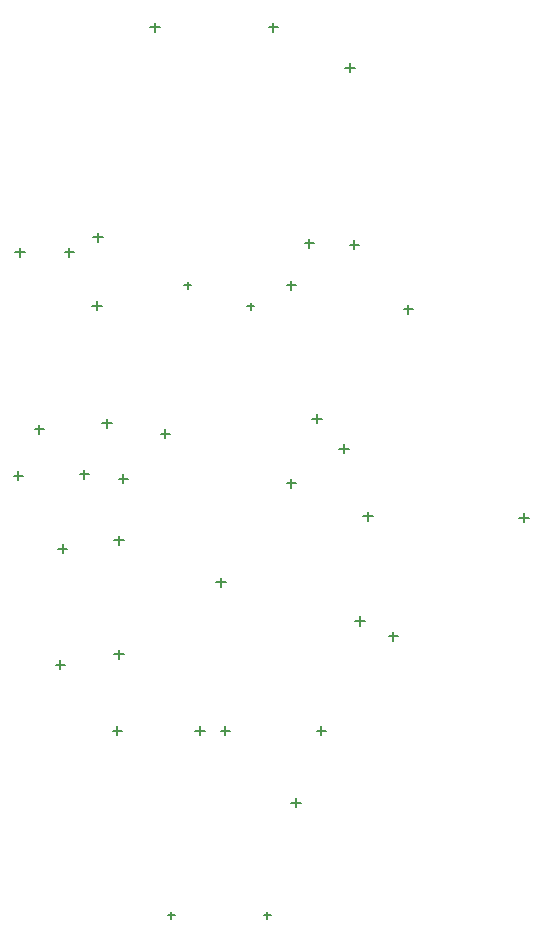
<source format=gbr>
%TF.GenerationSoftware,Altium Limited,Altium Designer,21.2.1 (34)*%
G04 Layer_Color=128*
%FSLAX25Y25*%
%MOIN*%
%TF.SameCoordinates,D824F303-33D3-4EC3-9BEE-61EECA8924FC*%
%TF.FilePolarity,Positive*%
%TF.FileFunction,Drillmap*%
%TF.Part,Single*%
G01*
G75*
%TA.AperFunction,NonConductor*%
%ADD30C,0.00500*%
D30*
X197819Y31000D02*
X200181D01*
X199000Y29819D02*
Y32181D01*
X192319Y234000D02*
X194681D01*
X193500Y232819D02*
Y235181D01*
X171319Y241000D02*
X173681D01*
X172500Y239819D02*
Y242181D01*
X165819Y31000D02*
X168181D01*
X167000Y29819D02*
Y32181D01*
X206925Y68500D02*
X210075D01*
X208500Y66925D02*
Y70075D01*
X239425Y124000D02*
X242575D01*
X241000Y122425D02*
Y125575D01*
X282925Y163500D02*
X286075D01*
X284500Y161925D02*
Y165075D01*
X244425Y233000D02*
X247575D01*
X246000Y231425D02*
Y234575D01*
X149425Y176500D02*
X152575D01*
X151000Y174925D02*
Y178075D01*
X129175Y153250D02*
X132325D01*
X130750Y151675D02*
Y154825D01*
X114425Y177500D02*
X117575D01*
X116000Y175925D02*
Y179075D01*
X136425Y178000D02*
X139575D01*
X138000Y176425D02*
Y179575D01*
X211425Y255000D02*
X214575D01*
X213000Y253425D02*
Y256575D01*
X213925Y196500D02*
X217075D01*
X215500Y194925D02*
Y198075D01*
X143925Y195000D02*
X147075D01*
X145500Y193425D02*
Y196575D01*
X131425Y252000D02*
X134575D01*
X133000Y250425D02*
Y253575D01*
X140925Y257000D02*
X144075D01*
X142500Y255425D02*
Y258575D01*
X226425Y254500D02*
X229575D01*
X228000Y252925D02*
Y256075D01*
X114925Y252000D02*
X118075D01*
X116500Y250425D02*
Y253575D01*
X147925Y156000D02*
X151075D01*
X149500Y154425D02*
Y157575D01*
X121425Y193000D02*
X124575D01*
X123000Y191425D02*
Y194575D01*
X199425Y327000D02*
X202575D01*
X201000Y325425D02*
Y328575D01*
X159925Y327000D02*
X163075D01*
X161500Y325425D02*
Y328575D01*
X163425Y191500D02*
X166575D01*
X165000Y189925D02*
Y193075D01*
X181925Y142000D02*
X185075D01*
X183500Y140425D02*
Y143575D01*
X147925Y118000D02*
X151075D01*
X149500Y116425D02*
Y119575D01*
X205425Y175000D02*
X208575D01*
X207000Y173425D02*
Y176575D01*
X205425Y241000D02*
X208575D01*
X207000Y239425D02*
Y242575D01*
X224925Y313500D02*
X228075D01*
X226500Y311925D02*
Y315075D01*
X222925Y186500D02*
X226075D01*
X224500Y184925D02*
Y188075D01*
X228350Y129075D02*
X231500D01*
X229925Y127500D02*
Y130650D01*
X230925Y164000D02*
X234075D01*
X232500Y162425D02*
Y165575D01*
X140675Y234250D02*
X143825D01*
X142250Y232675D02*
Y235825D01*
X128425Y114500D02*
X131575D01*
X130000Y112925D02*
Y116075D01*
X147425Y92500D02*
X150575D01*
X149000Y90925D02*
Y94075D01*
X215425Y92500D02*
X218575D01*
X217000Y90925D02*
Y94075D01*
X183425Y92500D02*
X186575D01*
X185000Y90925D02*
Y94075D01*
X174925Y92500D02*
X178075D01*
X176500Y90925D02*
Y94075D01*
%TF.MD5,31c25fcf51e586cfa4399fb17dc49f50*%
M02*

</source>
